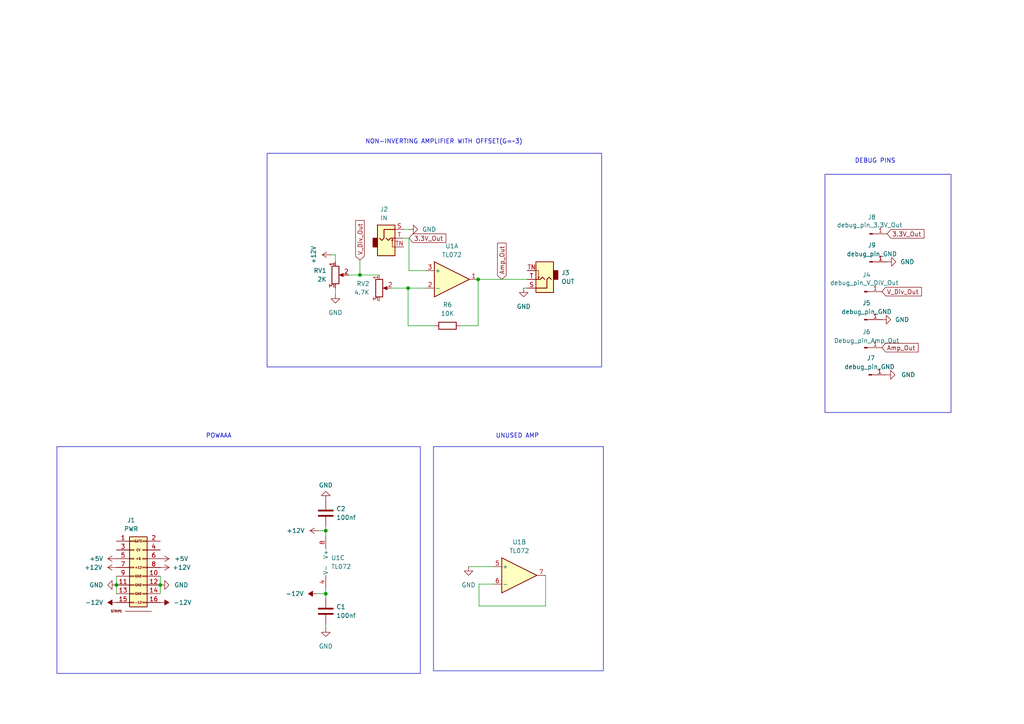
<source format=kicad_sch>
(kicad_sch (version 20230121) (generator eeschema)
  (paper "A4")
  (lib_symbols
    (symbol "Amplifier_Operational:TL072" (pin_names (offset 0.127))
      (property "Reference" "U" (at 0 5.08 0))
      (property "Value" "TL072" (at 0 -5.08 0))
      (symbol "TL072_1_1"
        (polyline (pts (xy -5.08 5.08) (xy 5.08 0) (xy -5.08 -5.08) (xy -5.08 5.08)) (stroke (width 0.254)) (fill (type background)))
        (pin output line (at 7.62 0 180) (length 2.54) (name "~") (number "1"))
        (pin input line (at -7.62 -2.54 0) (length 2.54) (name "-") (number "2"))
        (pin input line (at -7.62 2.54 0) (length 2.54) (name "+") (number "3"))
      )
      (symbol "TL072_2_1"
        (polyline (pts (xy -5.08 5.08) (xy 5.08 0) (xy -5.08 -5.08) (xy -5.08 5.08)) (stroke (width 0.254)) (fill (type background)))
        (pin input line (at -7.62 2.54 0) (length 2.54) (name "+") (number "5"))
        (pin input line (at -7.62 -2.54 0) (length 2.54) (name "-") (number "6"))
        (pin output line (at 7.62 0 180) (length 2.54) (name "~") (number "7"))
      )
      (symbol "TL072_3_1"
        (pin power_in line (at -2.54 -7.62 90) (length 3.81) (name "V-") (number "4"))
        (pin power_in line (at -2.54 7.62 270) (length 3.81) (name "V+") (number "8"))
      )
    )
    (symbol "Connector:Conn_01x01_Pin" (pin_names (offset 1.016) hide)
      (property "Reference" "J" (at 0 2.54 0))
      (property "Value" "Conn_01x01_Pin" (at 0 -2.54 0))
      (symbol "Conn_01x01_Pin_1_1"
        (polyline (pts (xy 1.27 0) (xy 0.8636 0)) (stroke (width 0.1524)))
        (rectangle (start 0.8636 0.127) (end 0 -0.127) (stroke (width 0.1524)) (fill (type outline)))
        (pin passive line (at 5.08 0 180) (length 3.81) (name "Pin_1") (number "1"))
      )
    )
    (symbol "Connector_Audio:AudioJack2_SwitchT"
      (property "Reference" "J" (at 0 8.89 0))
      (property "Value" "AudioJack2_SwitchT" (at 0 6.35 0))
      (symbol "AudioJack2_SwitchT_0_1"
        (rectangle (start -2.54 0) (end -3.81 -2.54) (stroke (width 0.254)) (fill (type outline)))
        (polyline (pts (xy 1.778 -0.254) (xy 2.032 -0.762)))
        (polyline (pts (xy 0 0) (xy 0.635 -0.635) (xy 1.27 0) (xy 2.54 0)) (stroke (width 0.254)))
        (polyline (pts (xy 2.54 -2.54) (xy 1.778 -2.54) (xy 1.778 -0.254) (xy 1.524 -0.762)))
        (polyline (pts (xy 2.54 2.54) (xy -0.635 2.54) (xy -0.635 0) (xy -1.27 -0.635) (xy -1.905 0)) (stroke (width 0.254)))
        (rectangle (start 2.54 3.81) (end -2.54 -5.08) (stroke (width 0.254)) (fill (type background)))
      )
      (symbol "AudioJack2_SwitchT_1_1"
        (pin passive line (at 5.08 2.54 180) (length 2.54) (name "~") (number "S"))
        (pin passive line (at 5.08 0 180) (length 2.54) (name "~") (number "T"))
        (pin passive line (at 5.08 -2.54 180) (length 2.54) (name "~") (number "TN"))
      )
    )
    (symbol "Device:C" (pin_numbers hide) (pin_names (offset 0.254))
      (property "Reference" "C" (at 0.635 2.54 0))
      (property "Value" "C" (at 0.635 -2.54 0))
      (symbol "C_0_1"
        (polyline (pts (xy -2.032 -0.762) (xy 2.032 -0.762)) (stroke (width 0.508)))
        (polyline (pts (xy -2.032 0.762) (xy 2.032 0.762)) (stroke (width 0.508)))
      )
      (symbol "C_1_1"
        (pin passive line (at 0 3.81 270) (length 2.794) (name "~") (number "1"))
        (pin passive line (at 0 -3.81 90) (length 2.794) (name "~") (number "2"))
      )
    )
    (symbol "Device:R" (pin_numbers hide) (pin_names (offset 0))
      (property "Reference" "R" (at 2.032 0 90))
      (property "Value" "R" (at 0 0 90))
      (symbol "R_0_1"
        (rectangle (start -1.016 -2.54) (end 1.016 2.54) (stroke (width 0.254)))
      )
      (symbol "R_1_1"
        (pin passive line (at 0 3.81 270) (length 1.27) (name "~") (number "1"))
        (pin passive line (at 0 -3.81 90) (length 1.27) (name "~") (number "2"))
      )
    )
    (symbol "Device:R_Potentiometer" (pin_names (offset 1.016) hide)
      (property "Reference" "RV" (at -4.445 0 90))
      (property "Value" "R_Potentiometer" (at -2.54 0 90))
      (symbol "R_Potentiometer_0_1"
        (polyline (pts (xy 2.54 0) (xy 1.524 0)))
        (polyline (pts (xy 1.143 0) (xy 2.286 0.508) (xy 2.286 -0.508) (xy 1.143 0)) (fill (type outline)))
        (rectangle (start 1.016 2.54) (end -1.016 -2.54) (stroke (width 0.254)))
      )
      (symbol "R_Potentiometer_1_1"
        (pin passive line (at 0 3.81 270) (length 1.27) (name "1") (number "1"))
        (pin passive line (at 3.81 0 180) (length 1.27) (name "2") (number "2"))
        (pin passive line (at 0 -3.81 90) (length 1.27) (name "3") (number "3"))
      )
    )
    (symbol "PCM_4ms_Connector:Eurorack_Power_16pin_Shrouded" (pin_names (offset 0.0254) hide)
      (property "Reference" "J" (at 0 11.43 0))
      (property "Value" "Eurorack_Power_16pin_Shrouded" (at 0 13.97 0))
      (symbol "Eurorack_Power_16pin_Shrouded_0_0"
        (text "+12" (at 0 1.27 0) (effects (font (size 0.635 0.635))))
        (text "+5" (at 0 3.81 0) (effects (font (size 0.635 0.635))))
        (text "-12" (at 0 -8.89 0) (effects (font (size 0.635 0.635))))
        (text "CV" (at 0 6.35 0) (effects (font (size 0.635 0.635))))
        (text "GATE" (at 0 8.89 0) (effects (font (size 0.635 0.635))))
        (text "GND" (at 0 -6.35 0) (effects (font (size 0.635 0.635))))
        (text "GND" (at 0 -3.81 0) (effects (font (size 0.635 0.635))))
        (text "GND" (at 0 -1.27 0) (effects (font (size 0.635 0.635))))
        (text "STRIPE" (at -6.35 -11.43 0) (effects (font (size 0.635 0.635))))
      )
      (symbol "Eurorack_Power_16pin_Shrouded_0_1"
        (rectangle (start -2.54 -8.763) (end -1.27 -9.017))
        (rectangle (start -2.54 -6.223) (end -1.27 -6.477))
        (rectangle (start -2.54 -3.683) (end -1.27 -3.937))
        (rectangle (start -2.54 -1.143) (end -1.27 -1.397))
        (rectangle (start -2.54 1.397) (end -1.27 1.143))
        (rectangle (start -2.54 3.937) (end -1.27 3.683))
        (rectangle (start -2.54 6.477) (end -1.27 6.223))
        (rectangle (start -2.54 9.017) (end -1.27 8.763))
        (rectangle (start -2.54 10.16) (end 2.54 -10.16) (stroke (width 0.254)) (fill (type background)))
        (polyline (pts (xy -3.81 -11.43) (xy 3.81 -11.43) (xy 1.27 -11.43)))
        (rectangle (start 1.27 -8.763) (end 2.54 -9.017))
        (rectangle (start 1.27 -6.223) (end 2.54 -6.477))
        (rectangle (start 1.27 -3.683) (end 2.54 -3.937))
        (rectangle (start 1.27 -1.143) (end 2.54 -1.397))
        (rectangle (start 1.27 1.397) (end 2.54 1.143))
        (rectangle (start 1.27 3.937) (end 2.54 3.683))
        (rectangle (start 1.27 6.477) (end 2.54 6.223))
        (rectangle (start 1.27 9.017) (end 2.54 8.763))
      )
      (symbol "Eurorack_Power_16pin_Shrouded_1_1"
        (pin passive line (at -6.35 8.89 0) (length 3.81) (name "P1") (number "1"))
        (pin passive line (at 6.35 -1.27 180) (length 3.81) (name "GND") (number "10"))
        (pin passive line (at -6.35 -3.81 0) (length 3.81) (name "GND") (number "11"))
        (pin passive line (at 6.35 -3.81 180) (length 3.81) (name "GND") (number "12"))
        (pin passive line (at -6.35 -6.35 0) (length 3.81) (name "-12") (number "13"))
        (pin passive line (at 6.35 -6.35 180) (length 3.81) (name "-12V") (number "14"))
        (pin passive line (at -6.35 -8.89 0) (length 3.81) (name "-12V") (number "15"))
        (pin passive line (at 6.35 -8.89 180) (length 3.81) (name "P16") (number "16"))
        (pin passive line (at 6.35 8.89 180) (length 3.81) (name "P2") (number "2"))
        (pin passive line (at -6.35 6.35 0) (length 3.81) (name "P3") (number "3"))
        (pin passive line (at 6.35 6.35 180) (length 3.81) (name "P4") (number "4"))
        (pin passive line (at -6.35 3.81 0) (length 3.81) (name "+12V") (number "5"))
        (pin passive line (at 6.35 3.81 180) (length 3.81) (name "P6") (number "6"))
        (pin passive line (at -6.35 1.27 0) (length 3.81) (name "12V") (number "7"))
        (pin passive line (at 6.35 1.27 180) (length 3.81) (name "+12V") (number "8"))
        (pin passive line (at -6.35 -1.27 0) (length 3.81) (name "GND") (number "9"))
      )
    )
    (symbol "PCM_4ms_Power-symbol:+12V" (power) (pin_names (offset 0))
      (property "Value" "+12V" (at 0 3.556 0))
      (symbol "+12V_0_1"
        (polyline (pts (xy -0.762 1.27) (xy 0 2.54)))
        (polyline (pts (xy 0 0) (xy 0 2.54)))
        (polyline (pts (xy 0 2.54) (xy 0.762 1.27)))
      )
      (symbol "+12V_1_1"
        (pin power_in line (at 0 0 90) (length 0) hide (name "+12V") (number "1"))
      )
    )
    (symbol "PCM_4ms_Power-symbol:GND" (power) (pin_names (offset 0))
      (property "Value" "GND" (at 0 -3.81 0))
      (symbol "GND_0_1"
        (polyline (pts (xy 0 0) (xy 0 -1.27) (xy 1.27 -1.27) (xy 0 -2.54) (xy -1.27 -1.27) (xy 0 -1.27)))
      )
      (symbol "GND_1_1"
        (pin power_in line (at 0 0 270) (length 0) hide (name "GND") (number "1"))
      )
    )
    (symbol "power:+5V" (power) (pin_names (offset 0))
      (property "Value" "+5V" (at 0 3.556 0))
      (symbol "+5V_0_1"
        (polyline (pts (xy -0.762 1.27) (xy 0 2.54)))
        (polyline (pts (xy 0 0) (xy 0 2.54)))
        (polyline (pts (xy 0 2.54) (xy 0.762 1.27)))
      )
      (symbol "+5V_1_1"
        (pin power_in line (at 0 0 90) (length 0) hide (name "+5V") (number "1"))
      )
    )
    (symbol "power:-12V" (power) (pin_names (offset 0))
      (property "Value" "-12V" (at 0 3.81 0))
      (symbol "-12V_0_0"
        (pin power_in line (at 0 0 90) (length 0) hide (name "-12V") (number "1"))
      )
      (symbol "-12V_0_1"
        (polyline (pts (xy 0 0) (xy 0 1.27) (xy 0.762 1.27) (xy 0 2.54) (xy -0.762 1.27) (xy 0 1.27)) (fill (type outline)))
      )
    )
  )
  (junction (at 94.488 153.924))
  (junction (at 104.394 79.756))
  (junction (at 118.364 83.566))
  (junction (at 33.782 169.672))
  (junction (at 46.482 169.672))
  (junction (at 94.488 172.212))
  (junction (at 138.684 81.026))
  (wire (pts (xy 117.094 66.548) (xy 118.618 66.548)))
  (wire (pts (xy 46.482 167.132) (xy 46.482 169.672)))
  (wire (pts (xy 138.938 175.768) (xy 158.242 175.768)))
  (wire (pts (xy 118.618 78.486) (xy 123.444 78.486)))
  (wire (pts (xy 135.89 164.338) (xy 143.002 164.338)))
  (wire (pts (xy 138.938 169.418) (xy 138.938 175.768)))
  (wire (pts (xy 104.394 79.756) (xy 109.982 79.756)))
  (wire (pts (xy 151.892 83.566) (xy 152.908 83.566)))
  (wire (pts (xy 96.012 73.914) (xy 97.282 73.914)))
  (wire (pts (xy 94.488 153.924) (xy 94.488 155.448)))
  (wire (pts (xy 138.684 94.488) (xy 138.684 81.026)))
  (wire (pts (xy 113.792 83.566) (xy 118.364 83.566)))
  (wire (pts (xy 101.092 79.756) (xy 104.394 79.756)))
  (wire (pts (xy 133.604 94.488) (xy 138.684 94.488)))
  (wire (pts (xy 117.094 69.088) (xy 118.618 69.088)))
  (wire (pts (xy 33.782 169.672) (xy 33.782 172.212)))
  (wire (pts (xy 118.364 83.566) (xy 123.444 83.566)))
  (wire (pts (xy 97.282 75.946) (xy 97.282 73.914)))
  (wire (pts (xy 138.684 81.026) (xy 152.908 81.026)))
  (wire (pts (xy 94.488 172.212) (xy 94.488 170.688)))
  (wire (pts (xy 158.242 175.768) (xy 158.242 166.878)))
  (wire (pts (xy 143.002 169.418) (xy 138.938 169.418)))
  (wire (pts (xy 118.618 69.088) (xy 118.618 78.486)))
  (wire (pts (xy 97.282 83.566) (xy 97.282 85.344)))
  (wire (pts (xy 94.488 173.482) (xy 94.488 172.212)))
  (wire (pts (xy 104.394 75.438) (xy 104.394 79.756)))
  (wire (pts (xy 33.782 167.132) (xy 33.782 169.672)))
  (wire (pts (xy 118.364 83.566) (xy 118.364 94.488)))
  (wire (pts (xy 92.456 153.924) (xy 94.488 153.924)))
  (wire (pts (xy 94.488 182.118) (xy 94.488 181.102)))
  (wire (pts (xy 46.482 169.672) (xy 46.482 172.212)))
  (wire (pts (xy 91.948 172.212) (xy 94.488 172.212)))
  (wire (pts (xy 94.488 152.654) (xy 94.488 153.924)))
  (wire (pts (xy 118.364 94.488) (xy 125.984 94.488)))
  (rectangle (start 239.268 50.546) (end 275.844 119.634))
  (rectangle (start 77.47 44.45) (end 174.498 106.426))
  (rectangle (start 125.73 129.54) (end 175.006 194.564))
  (rectangle (start 16.51 129.54) (end 121.92 195.326))
  (text "UNUSED AMP" (at 143.764 127.254 0) (effects (font (size 1.27 1.27)) (justify left bottom)))
  (text "POWAAA" (at 59.69 127.254 0) (effects (font (size 1.27 1.27)) (justify left bottom)))
  (text "DEBUG PINS\n" (at 247.904 47.498 0) (effects (font (size 1.27 1.27)) (justify left bottom)))
  (text "NON-INVERTING AMPLIFIER WITH OFFSET(G=~3)" (at 105.918 41.91 0) (effects (font (size 1.27 1.27)) (justify left bottom)))
  (global_label "Amp_Out" (shape input) (at 255.778 100.838 0) (property "Intersheetrefs" "${INTERSHEET_REFS}" (effects hide)))
  (global_label "Amp_Out" (shape input) (at 145.542 81.026 90) (property "Intersheetrefs" "${INTERSHEET_REFS}" (effects hide)))
  (global_label "V_Div_Out" (shape input) (at 104.394 75.438 90) (property "Intersheetrefs" "${INTERSHEET_REFS}" (effects hide)))
  (global_label "V_Div_Out" (shape input) (at 255.778 84.582 0) (property "Intersheetrefs" "${INTERSHEET_REFS}" (effects hide)))
  (global_label "3.3V_Out" (shape input) (at 257.302 67.818 0) (property "Intersheetrefs" "${INTERSHEET_REFS}" (effects hide)))
  (global_label "3.3V_Out" (shape input) (at 118.618 69.088 0) (property "Intersheetrefs" "${INTERSHEET_REFS}" (effects hide)))
  (symbol (lib_id "Amplifier_Operational:TL072") (at 131.064 81.026 0) (unit 1)
    (property "Reference" "U1" (at 131.064 71.374 0))
    (property "Value" "TL072" (at 131.064 73.914 0))
    (property "Footprint" "PCM_4ms_Package_SOIC:SOIC-8_3.9x4.9mm_Pitch1.27mm" (effects hide))
    (property "Datasheet" "http://www.ti.com/lit/ds/symlink/tl071.pdf" (effects hide))
  )
  (symbol (lib_id "PCM_4ms_Power-symbol:GND") (at 151.892 83.566 0) (unit 1)
    (property "Reference" "#PWR08" (effects hide))
    (property "Value" "GND" (at 151.892 88.9 0))
  )
  (symbol (lib_id "PCM_4ms_Power-symbol:GND") (at 257.048 108.712 90) (unit 1)
    (property "Reference" "#PWR04" (effects hide))
    (property "Value" "GND" (at 261.366 108.712 90) (effects (justify right)))
  )
  (symbol (lib_id "Connector:Conn_01x01_Pin") (at 252.222 67.818 0) (unit 1)
    (property "Reference" "J8" (at 252.857 62.992 0))
    (property "Value" "debug_pin_3.3V_Out" (at 252.222 65.278 0))
    (property "Footprint" "TestPoint:TestPoint_Pad_D1.5mm" (effects hide))
  )
  (symbol (lib_id "PCM_4ms_Power-symbol:GND") (at 255.778 92.71 90) (unit 1)
    (property "Reference" "#PWR01" (effects hide))
    (property "Value" "GND" (at 259.588 92.71 90) (effects (justify right)))
  )
  (symbol (lib_id "Connector:Conn_01x01_Pin") (at 252.222 75.946 0) (unit 1)
    (property "Reference" "J9" (at 252.857 71.12 0))
    (property "Value" "debug_pin_GND" (at 252.857 73.66 0))
    (property "Footprint" "TestPoint:TestPoint_Pad_1.0x1.0mm" (effects hide))
  )
  (symbol (lib_id "PCM_4ms_Power-symbol:+12V") (at 46.482 164.592 270) (unit 1)
    (property "Reference" "#PWR015" (effects hide))
    (property "Value" "+12V" (at 50.038 164.592 90) (effects (justify left)))
  )
  (symbol (lib_id "PCM_4ms_Power-symbol:GND") (at 94.488 182.118 0) (unit 1)
    (property "Reference" "#PWR010" (effects hide))
    (property "Value" "GND" (at 94.488 187.452 0))
  )
  (symbol (lib_id "PCM_4ms_Power-symbol:GND") (at 97.282 85.344 0) (unit 1)
    (property "Reference" "#PWR07" (effects hide))
    (property "Value" "GND" (at 97.282 90.678 0))
  )
  (symbol (lib_id "power:-12V") (at 91.948 172.212 90) (unit 1)
    (property "Reference" "#PWR03" (effects hide))
    (property "Value" "-12V" (at 88.138 172.212 90) (effects (justify left)))
  )
  (symbol (lib_id "PCM_4ms_Power-symbol:GND") (at 257.302 75.946 90) (unit 1)
    (property "Reference" "#PWR020" (effects hide))
    (property "Value" "GND" (at 261.112 75.946 90) (effects (justify right)))
  )
  (symbol (lib_id "power:-12V") (at 46.482 174.752 270) (unit 1)
    (property "Reference" "#PWR013" (effects hide))
    (property "Value" "-12V" (at 50.292 174.752 90) (effects (justify left)))
  )
  (symbol (lib_id "Device:R_Potentiometer") (at 97.282 79.756 0) (unit 1)
    (property "Reference" "RV1" (at 94.742 78.486 0) (effects (justify right)))
    (property "Value" "2K" (at 94.742 81.026 0) (effects (justify right)))
    (property "Footprint" "Potentiometer_THT:Potentiometer_Runtron_RM-065_Vertical" (effects hide))
  )
  (symbol (lib_id "PCM_4ms_Power-symbol:GND") (at 94.488 145.034 180) (unit 1)
    (property "Reference" "#PWR011" (effects hide))
    (property "Value" "GND" (at 94.488 140.716 0))
  )
  (symbol (lib_id "PCM_4ms_Power-symbol:GND") (at 46.482 169.672 90) (unit 1)
    (property "Reference" "#PWR018" (effects hide))
    (property "Value" "GND" (at 50.546 169.672 90) (effects (justify right)))
  )
  (symbol (lib_id "Connector:Conn_01x01_Pin") (at 250.698 92.71 0) (unit 1)
    (property "Reference" "J5" (at 251.333 87.884 0))
    (property "Value" "debug_pin_GND" (at 251.333 90.424 0))
    (property "Footprint" "TestPoint:TestPoint_Pad_1.0x1.0mm" (effects hide))
  )
  (symbol (lib_id "power:-12V") (at 33.782 174.752 90) (unit 1)
    (property "Reference" "#PWR014" (effects hide))
    (property "Value" "-12V" (at 29.972 174.752 90) (effects (justify left)))
  )
  (symbol (lib_id "power:+5V") (at 33.782 162.052 90) (unit 1)
    (property "Reference" "#PWR017" (effects hide))
    (property "Value" "+5V" (at 29.972 162.052 90) (effects (justify left)))
  )
  (symbol (lib_id "Connector:Conn_01x01_Pin") (at 250.698 84.582 0) (unit 1)
    (property "Reference" "J4" (at 251.333 79.756 0))
    (property "Value" "debug_pin_V_DIV_Out" (at 250.698 82.042 0))
    (property "Footprint" "TestPoint:TestPoint_Pad_D1.5mm" (effects hide))
  )
  (symbol (lib_id "Amplifier_Operational:TL072") (at 150.622 166.878 0) (unit 2)
    (property "Reference" "U1" (at 150.622 157.226 0))
    (property "Value" "TL072" (at 150.622 159.766 0))
    (property "Footprint" "PCM_4ms_Package_SOIC:SOIC-8_3.9x4.9mm_Pitch1.27mm" (effects hide))
    (property "Datasheet" "http://www.ti.com/lit/ds/symlink/tl071.pdf" (effects hide))
  )
  (symbol (lib_id "PCM_4ms_Power-symbol:GND") (at 118.618 66.548 90) (unit 1)
    (property "Reference" "#PWR09" (effects hide))
    (property "Value" "GND" (at 122.428 66.548 90) (effects (justify right)))
  )
  (symbol (lib_id "Connector:Conn_01x01_Pin") (at 250.698 100.838 0) (unit 1)
    (property "Reference" "J6" (at 251.333 96.266 0))
    (property "Value" "Debug_pin_Amp_Out" (at 251.333 98.806 0))
    (property "Footprint" "TestPoint:TestPoint_Pad_D1.5mm" (effects hide))
  )
  (symbol (lib_id "Connector_Audio:AudioJack2_SwitchT") (at 157.988 81.026 180) (unit 1)
    (property "Reference" "J3" (at 162.814 79.121 0) (effects (justify right)))
    (property "Value" "OUT" (at 162.814 81.661 0) (effects (justify right)))
    (property "Footprint" "Connector_Audio:Jack_3.5mm_QingPu_WQP-PJ398SM_Vertical_CircularHoles" (effects hide))
  )
  (symbol (lib_id "Device:C") (at 94.488 177.292 0) (unit 1)
    (property "Reference" "C1" (at 97.536 176.022 0) (effects (justify left)))
    (property "Value" "100nf" (at 97.536 178.562 0) (effects (justify left)))
    (property "Footprint" "Capacitor_SMD:C_0402_1005Metric_Pad0.74x0.62mm_HandSolder" (effects hide))
  )
  (symbol (lib_id "PCM_4ms_Power-symbol:GND") (at 135.89 164.338 0) (unit 1)
    (property "Reference" "#PWR05" (effects hide))
    (property "Value" "GND" (at 135.89 169.672 0))
  )
  (symbol (lib_id "PCM_4ms_Power-symbol:+12V") (at 92.456 153.924 90) (unit 1)
    (property "Reference" "#PWR02" (effects hide))
    (property "Value" "+12V" (at 88.392 153.924 90) (effects (justify left)))
  )
  (symbol (lib_id "Device:R_Potentiometer") (at 109.982 83.566 0) (unit 1)
    (property "Reference" "RV2" (at 107.188 82.296 0) (effects (justify right)))
    (property "Value" "4.7K" (at 107.188 84.836 0) (effects (justify right)))
    (property "Footprint" "Potentiometer_THT:Potentiometer_Runtron_RM-065_Vertical" (effects hide))
  )
  (symbol (lib_id "Connector_Audio:AudioJack2_SwitchT") (at 112.014 69.088 0) (unit 1)
    (property "Reference" "J2" (at 111.379 60.706 0))
    (property "Value" "IN" (at 111.379 63.246 0))
    (property "Footprint" "Connector_Audio:Jack_3.5mm_QingPu_WQP-PJ398SM_Vertical_CircularHoles" (effects hide))
  )
  (symbol (lib_id "PCM_4ms_Power-symbol:GND") (at 33.782 169.672 270) (unit 1)
    (property "Reference" "#PWR019" (effects hide))
    (property "Value" "GND" (at 29.972 169.672 90) (effects (justify right)))
  )
  (symbol (lib_id "power:+5V") (at 46.482 162.052 270) (unit 1)
    (property "Reference" "#PWR012" (effects hide))
    (property "Value" "+5V" (at 50.546 162.052 90) (effects (justify left)))
  )
  (symbol (lib_id "PCM_4ms_Power-symbol:+12V") (at 33.782 164.592 90) (unit 1)
    (property "Reference" "#PWR016" (effects hide))
    (property "Value" "+12V" (at 29.718 164.592 90) (effects (justify left)))
  )
  (symbol (lib_id "Amplifier_Operational:TL072") (at 97.028 163.068 0) (unit 3)
    (property "Reference" "U1" (at 96.012 161.798 0) (effects (justify left)))
    (property "Value" "TL072" (at 96.012 164.338 0) (effects (justify left)))
    (property "Footprint" "PCM_4ms_Package_SOIC:SOIC-8_3.9x4.9mm_Pitch1.27mm" (effects hide))
    (property "Datasheet" "http://www.ti.com/lit/ds/symlink/tl071.pdf" (effects hide))
  )
  (symbol (lib_id "Connector:Conn_01x01_Pin") (at 251.968 108.712 0) (unit 1)
    (property "Reference" "J7" (at 252.603 103.8521 0))
    (property "Value" "debug_pin_GND" (at 252.2088 106.3921 0))
    (property "Footprint" "TestPoint:TestPoint_Pad_1.0x1.0mm" (effects hide))
  )
  (symbol (lib_id "Device:R") (at 129.794 94.488 90) (unit 1)
    (property "Reference" "R6" (at 129.794 88.392 90))
    (property "Value" "10K" (at 129.794 90.932 90))
    (property "Footprint" "PCM_4ms_Resistor:R_Axial_DIN0207_L6.3mm_D2.5mm_P7.62mm_Horizontal" (effects hide))
  )
  (symbol (lib_id "PCM_4ms_Power-symbol:+12V") (at 96.012 73.914 90) (unit 1)
    (property "Reference" "#PWR06" (effects hide))
    (property "Value" "+12V" (at 90.932 73.914 0))
  )
  (symbol (lib_id "Device:C") (at 94.488 148.844 0) (unit 1)
    (property "Reference" "C2" (at 97.536 147.574 0) (effects (justify left)))
    (property "Value" "100nf" (at 97.536 150.114 0) (effects (justify left)))
    (property "Footprint" "Capacitor_SMD:C_0402_1005Metric_Pad0.74x0.62mm_HandSolder" (effects hide))
  )
  (symbol (lib_id "PCM_4ms_Connector:Eurorack_Power_16pin_Shrouded") (at 40.132 165.862 0) (unit 1)
    (property "Reference" "J1" (at 38.0253 150.876 0))
    (property "Value" "PWR" (at 38.0253 153.416 0))
    (property "Footprint" "PCM_4ms_Connector:Pins_2x08_2.54mm_TH_EuroPower_Shrouded" (effects hide))
    (property "Specifications" "Header, Male Pins, 2*8, spacing 2.54mm, straight pin, shrouded and keyed" (effects hide))
    (property "Manufacturer" "Cixi LanLing" (effects hide))
    (property "Part Number" "LL1007-1 (2*8 HITEMP)" (effects hide))
  )
)
</source>
